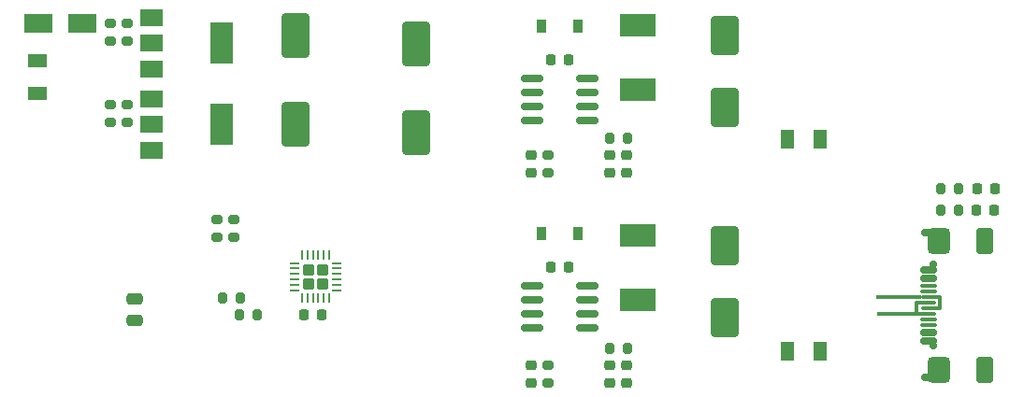
<source format=gbr>
%TF.GenerationSoftware,KiCad,Pcbnew,6.0.11+dfsg-1~bpo11+1*%
%TF.CreationDate,2024-04-01T13:46:52-04:00*%
%TF.ProjectId,Module - TPS540x,4d6f6475-6c65-4202-9d20-545053353430,1.0.0*%
%TF.SameCoordinates,Original*%
%TF.FileFunction,Paste,Top*%
%TF.FilePolarity,Positive*%
%FSLAX46Y46*%
G04 Gerber Fmt 4.6, Leading zero omitted, Abs format (unit mm)*
G04 Created by KiCad (PCBNEW 6.0.11+dfsg-1~bpo11+1) date 2024-04-01 13:46:52*
%MOMM*%
%LPD*%
G01*
G04 APERTURE LIST*
G04 Aperture macros list*
%AMRoundRect*
0 Rectangle with rounded corners*
0 $1 Rounding radius*
0 $2 $3 $4 $5 $6 $7 $8 $9 X,Y pos of 4 corners*
0 Add a 4 corners polygon primitive as box body*
4,1,4,$2,$3,$4,$5,$6,$7,$8,$9,$2,$3,0*
0 Add four circle primitives for the rounded corners*
1,1,$1+$1,$2,$3*
1,1,$1+$1,$4,$5*
1,1,$1+$1,$6,$7*
1,1,$1+$1,$8,$9*
0 Add four rect primitives between the rounded corners*
20,1,$1+$1,$2,$3,$4,$5,0*
20,1,$1+$1,$4,$5,$6,$7,0*
20,1,$1+$1,$6,$7,$8,$9,0*
20,1,$1+$1,$8,$9,$2,$3,0*%
G04 Aperture macros list end*
%ADD10RoundRect,0.200000X-0.275000X0.200000X-0.275000X-0.200000X0.275000X-0.200000X0.275000X0.200000X0*%
%ADD11R,0.900000X1.200000*%
%ADD12RoundRect,0.250000X-1.000000X1.750000X-1.000000X-1.750000X1.000000X-1.750000X1.000000X1.750000X0*%
%ADD13RoundRect,0.250000X-0.475000X0.250000X-0.475000X-0.250000X0.475000X-0.250000X0.475000X0.250000X0*%
%ADD14RoundRect,0.200000X-0.200000X-0.275000X0.200000X-0.275000X0.200000X0.275000X-0.200000X0.275000X0*%
%ADD15RoundRect,0.200000X0.275000X-0.200000X0.275000X0.200000X-0.275000X0.200000X-0.275000X-0.200000X0*%
%ADD16RoundRect,0.150000X-0.825000X-0.150000X0.825000X-0.150000X0.825000X0.150000X-0.825000X0.150000X0*%
%ADD17RoundRect,0.225000X0.225000X0.250000X-0.225000X0.250000X-0.225000X-0.250000X0.225000X-0.250000X0*%
%ADD18R,2.000000X1.500000*%
%ADD19R,2.000000X3.800000*%
%ADD20R,1.730000X1.190000*%
%ADD21R,1.190000X1.730000*%
%ADD22RoundRect,0.225000X-0.250000X0.225000X-0.250000X-0.225000X0.250000X-0.225000X0.250000X0.225000X0*%
%ADD23RoundRect,0.250000X0.275000X-0.275000X0.275000X0.275000X-0.275000X0.275000X-0.275000X-0.275000X0*%
%ADD24RoundRect,0.062500X0.062500X-0.350000X0.062500X0.350000X-0.062500X0.350000X-0.062500X-0.350000X0*%
%ADD25RoundRect,0.062500X0.350000X-0.062500X0.350000X0.062500X-0.350000X0.062500X-0.350000X-0.062500X0*%
%ADD26R,3.320000X2.150000*%
%ADD27RoundRect,0.250000X1.000000X-1.750000X1.000000X1.750000X-1.000000X1.750000X-1.000000X-1.750000X0*%
%ADD28RoundRect,0.225000X-0.225000X-0.250000X0.225000X-0.250000X0.225000X0.250000X-0.225000X0.250000X0*%
%ADD29RoundRect,0.218750X0.218750X0.256250X-0.218750X0.256250X-0.218750X-0.256250X0.218750X-0.256250X0*%
%ADD30RoundRect,0.250000X1.000000X-1.500000X1.000000X1.500000X-1.000000X1.500000X-1.000000X-1.500000X0*%
%ADD31RoundRect,0.150000X0.575000X-0.150000X0.575000X0.150000X-0.575000X0.150000X-0.575000X-0.150000X0*%
%ADD32RoundRect,0.075000X0.075000X0.570000X-0.075000X0.570000X-0.075000X-0.570000X0.075000X-0.570000X0*%
%ADD33R,3.675000X0.300000*%
%ADD34RoundRect,0.075000X0.850000X-0.075000X0.850000X0.075000X-0.850000X0.075000X-0.850000X-0.075000X0*%
%ADD35R,4.175000X0.300000*%
%ADD36RoundRect,0.150000X0.150000X-0.150000X0.150000X0.150000X-0.150000X0.150000X-0.150000X-0.150000X0*%
%ADD37RoundRect,0.150000X0.250000X-0.150000X0.250000X0.150000X-0.250000X0.150000X-0.250000X-0.150000X0*%
%ADD38RoundRect,0.400000X0.400000X-0.800000X0.400000X0.800000X-0.400000X0.800000X-0.400000X-0.800000X0*%
%ADD39RoundRect,0.525000X0.525000X-0.675000X0.525000X0.675000X-0.525000X0.675000X-0.525000X-0.675000X0*%
%ADD40RoundRect,0.075000X0.650000X-0.075000X0.650000X0.075000X-0.650000X0.075000X-0.650000X-0.075000X0*%
%ADD41R,2.500000X1.800000*%
G04 APERTURE END LIST*
D10*
%TO.C,R702*%
X108458000Y-95949000D03*
X108458000Y-97599000D03*
%TD*%
D11*
%TO.C,D502*%
X111124000Y-103124000D03*
X107824000Y-103124000D03*
%TD*%
D12*
%TO.C,C702*%
X96520000Y-85916000D03*
X96520000Y-93916000D03*
%TD*%
D13*
%TO.C,C1*%
X71000000Y-109050000D03*
X71000000Y-110950000D03*
%TD*%
D14*
%TO.C,R1*%
X78931000Y-108966000D03*
X80581000Y-108966000D03*
%TD*%
D15*
%TO.C,R401*%
X68834000Y-93027000D03*
X68834000Y-91377000D03*
%TD*%
D16*
%TO.C,U701*%
X106999000Y-89027000D03*
X106999000Y-90297000D03*
X106999000Y-91567000D03*
X106999000Y-92837000D03*
X111949000Y-92837000D03*
X111949000Y-91567000D03*
X111949000Y-90297000D03*
X111949000Y-89027000D03*
%TD*%
D17*
%TO.C,C2*%
X87897000Y-110490000D03*
X86347000Y-110490000D03*
%TD*%
D18*
%TO.C,Q401*%
X72542000Y-90918000D03*
X72542000Y-93218000D03*
D19*
X78842000Y-93218000D03*
D18*
X72542000Y-95518000D03*
%TD*%
D20*
%TO.C,F301*%
X62176000Y-90350000D03*
X62176000Y-87450000D03*
%TD*%
D16*
%TO.C,U501*%
X106999000Y-107823000D03*
X106999000Y-109093000D03*
X106999000Y-110363000D03*
X106999000Y-111633000D03*
X111949000Y-111633000D03*
X111949000Y-110363000D03*
X111949000Y-109093000D03*
X111949000Y-107823000D03*
%TD*%
D10*
%TO.C,R3*%
X78486000Y-101791000D03*
X78486000Y-103441000D03*
%TD*%
D14*
%TO.C,R2*%
X80455000Y-110490000D03*
X82105000Y-110490000D03*
%TD*%
D21*
%TO.C,F701*%
X130122000Y-94568472D03*
X133022000Y-94568472D03*
%TD*%
D15*
%TO.C,R604*%
X70358000Y-85661000D03*
X70358000Y-84011000D03*
%TD*%
D18*
%TO.C,Q602*%
X72542000Y-83552000D03*
X72542000Y-85852000D03*
D19*
X78842000Y-85852000D03*
D18*
X72542000Y-88152000D03*
%TD*%
D14*
%TO.C,R703*%
X113983000Y-94488000D03*
X115633000Y-94488000D03*
%TD*%
D22*
%TO.C,C504*%
X106934000Y-115049000D03*
X106934000Y-116599000D03*
%TD*%
D23*
%TO.C,U1*%
X86726000Y-107660000D03*
X86726000Y-106360000D03*
X88026000Y-107660000D03*
X88026000Y-106360000D03*
D24*
X86126000Y-108947500D03*
X86626000Y-108947500D03*
X87126000Y-108947500D03*
X87626000Y-108947500D03*
X88126000Y-108947500D03*
X88626000Y-108947500D03*
D25*
X89313500Y-108260000D03*
X89313500Y-107760000D03*
X89313500Y-107260000D03*
X89313500Y-106760000D03*
X89313500Y-106260000D03*
X89313500Y-105760000D03*
D24*
X88626000Y-105072500D03*
X88126000Y-105072500D03*
X87626000Y-105072500D03*
X87126000Y-105072500D03*
X86626000Y-105072500D03*
X86126000Y-105072500D03*
D25*
X85438500Y-105760000D03*
X85438500Y-106260000D03*
X85438500Y-106760000D03*
X85438500Y-107260000D03*
X85438500Y-107760000D03*
X85438500Y-108260000D03*
%TD*%
D26*
%TO.C,L701*%
X116586000Y-84212000D03*
X116586000Y-90032000D03*
%TD*%
D22*
%TO.C,C704*%
X106934000Y-95999000D03*
X106934000Y-97549000D03*
%TD*%
D14*
%TO.C,R503*%
X113983000Y-113538000D03*
X115633000Y-113538000D03*
%TD*%
D10*
%TO.C,R502*%
X108458000Y-114999000D03*
X108458000Y-116649000D03*
%TD*%
D27*
%TO.C,C502*%
X85598000Y-93154000D03*
X85598000Y-85154000D03*
%TD*%
D15*
%TO.C,R603*%
X68834000Y-85661000D03*
X68834000Y-84011000D03*
%TD*%
D26*
%TO.C,L501*%
X116586000Y-103262000D03*
X116586000Y-109082000D03*
%TD*%
D15*
%TO.C,R402*%
X70358000Y-93027000D03*
X70358000Y-91377000D03*
%TD*%
D22*
%TO.C,C703*%
X114046000Y-95999000D03*
X114046000Y-97549000D03*
%TD*%
D28*
%TO.C,C701*%
X108699000Y-87376000D03*
X110249000Y-87376000D03*
%TD*%
D14*
%TO.C,R501*%
X143975000Y-100940000D03*
X145625000Y-100940000D03*
%TD*%
D22*
%TO.C,C506*%
X115570000Y-115049000D03*
X115570000Y-116599000D03*
%TD*%
D11*
%TO.C,D702*%
X111124000Y-84328000D03*
X107824000Y-84328000D03*
%TD*%
D29*
%TO.C,D501*%
X148787500Y-100940000D03*
X147212500Y-100940000D03*
%TD*%
D30*
%TO.C,C505*%
X124460000Y-110692000D03*
X124460000Y-104192000D03*
%TD*%
D10*
%TO.C,R4*%
X80010000Y-101791000D03*
X80010000Y-103441000D03*
%TD*%
D29*
%TO.C,D701*%
X148869500Y-99060000D03*
X147294500Y-99060000D03*
%TD*%
D28*
%TO.C,C501*%
X108699000Y-106172000D03*
X110249000Y-106172000D03*
%TD*%
D31*
%TO.C,J505*%
X142853632Y-112050000D03*
X142853632Y-107150000D03*
X142853632Y-112050000D03*
X142853632Y-107150000D03*
D32*
X141800000Y-109850000D03*
D33*
X140000000Y-110350000D03*
D34*
X142600000Y-110350000D03*
X142600000Y-109350000D03*
D35*
X140200000Y-108850000D03*
D32*
X143900000Y-109350000D03*
D34*
X143100000Y-108850000D03*
X143100000Y-109850000D03*
D31*
X142853632Y-112850000D03*
D36*
X143272848Y-113278785D03*
D31*
X142853632Y-112850000D03*
D37*
X142600000Y-103030000D03*
D36*
X143278430Y-105893428D03*
D31*
X142853632Y-106350000D03*
D37*
X142600000Y-116170000D03*
D31*
X142853632Y-106350000D03*
D38*
X147948632Y-103753035D03*
D39*
X143780427Y-115446965D03*
X143780427Y-103753035D03*
D38*
X147948632Y-115446965D03*
D40*
X142853632Y-110850000D03*
X142853632Y-108350000D03*
X142853632Y-107850000D03*
X142853632Y-111350000D03*
%TD*%
D30*
%TO.C,C705*%
X124460000Y-91642000D03*
X124460000Y-85142000D03*
%TD*%
D14*
%TO.C,R701*%
X143975000Y-99060000D03*
X145625000Y-99060000D03*
%TD*%
D22*
%TO.C,C706*%
X115570000Y-95999000D03*
X115570000Y-97549000D03*
%TD*%
D41*
%TO.C,D301*%
X66262000Y-84074000D03*
X62262000Y-84074000D03*
%TD*%
D21*
%TO.C,F501*%
X130122000Y-113789801D03*
X133022000Y-113789801D03*
%TD*%
D22*
%TO.C,C503*%
X114046000Y-115049000D03*
X114046000Y-116599000D03*
%TD*%
M02*

</source>
